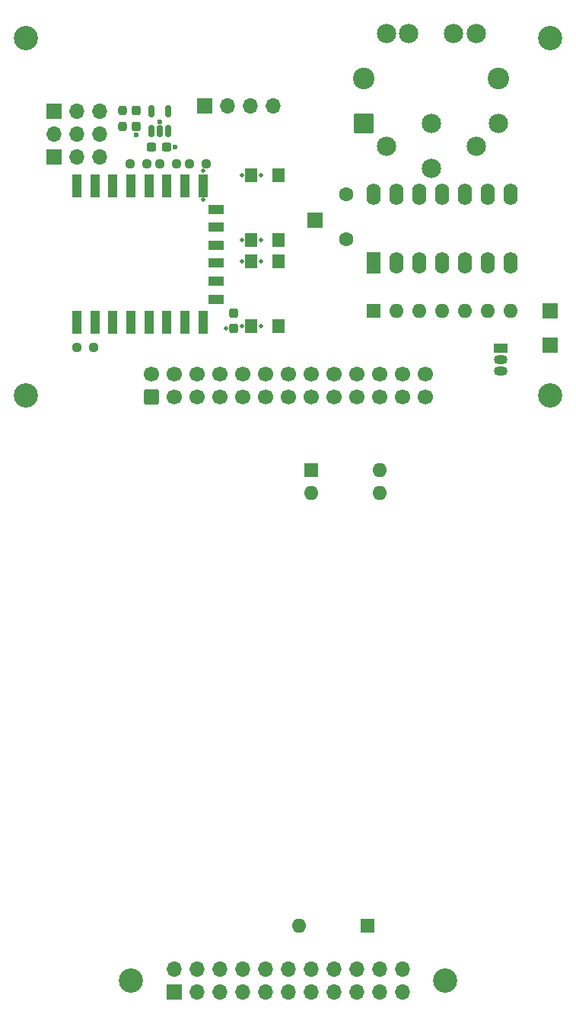
<source format=gbr>
%TF.GenerationSoftware,KiCad,Pcbnew,7.0.11*%
%TF.CreationDate,2024-10-03T19:05:43+02:00*%
%TF.ProjectId,kim-1-aux-card-esp,6b696d2d-312d-4617-9578-2d636172642d,rev?*%
%TF.SameCoordinates,Original*%
%TF.FileFunction,Soldermask,Top*%
%TF.FilePolarity,Negative*%
%FSLAX46Y46*%
G04 Gerber Fmt 4.6, Leading zero omitted, Abs format (unit mm)*
G04 Created by KiCad (PCBNEW 7.0.11) date 2024-10-03 19:05:43*
%MOMM*%
%LPD*%
G01*
G04 APERTURE LIST*
G04 Aperture macros list*
%AMRoundRect*
0 Rectangle with rounded corners*
0 $1 Rounding radius*
0 $2 $3 $4 $5 $6 $7 $8 $9 X,Y pos of 4 corners*
0 Add a 4 corners polygon primitive as box body*
4,1,4,$2,$3,$4,$5,$6,$7,$8,$9,$2,$3,0*
0 Add four circle primitives for the rounded corners*
1,1,$1+$1,$2,$3*
1,1,$1+$1,$4,$5*
1,1,$1+$1,$6,$7*
1,1,$1+$1,$8,$9*
0 Add four rect primitives between the rounded corners*
20,1,$1+$1,$2,$3,$4,$5,0*
20,1,$1+$1,$4,$5,$6,$7,0*
20,1,$1+$1,$6,$7,$8,$9,0*
20,1,$1+$1,$8,$9,$2,$3,0*%
G04 Aperture macros list end*
%ADD10R,1.400000X1.600000*%
%ADD11C,2.700000*%
%ADD12R,1.500000X1.050000*%
%ADD13O,1.500000X1.050000*%
%ADD14R,1.600000X2.400000*%
%ADD15O,1.600000X2.400000*%
%ADD16R,1.600000X1.600000*%
%ADD17O,1.600000X1.600000*%
%ADD18RoundRect,0.237500X-0.237500X0.300000X-0.237500X-0.300000X0.237500X-0.300000X0.237500X0.300000X0*%
%ADD19RoundRect,0.237500X-0.237500X0.250000X-0.237500X-0.250000X0.237500X-0.250000X0.237500X0.250000X0*%
%ADD20RoundRect,0.237500X-0.300000X-0.237500X0.300000X-0.237500X0.300000X0.237500X-0.300000X0.237500X0*%
%ADD21RoundRect,0.250000X0.600000X-0.600000X0.600000X0.600000X-0.600000X0.600000X-0.600000X-0.600000X0*%
%ADD22C,1.700000*%
%ADD23RoundRect,0.237500X-0.250000X-0.237500X0.250000X-0.237500X0.250000X0.237500X-0.250000X0.237500X0*%
%ADD24RoundRect,0.150000X0.150000X-0.512500X0.150000X0.512500X-0.150000X0.512500X-0.150000X-0.512500X0*%
%ADD25R,1.000000X2.500000*%
%ADD26R,1.800000X1.000000*%
%ADD27R,1.700000X1.700000*%
%ADD28O,1.700000X1.700000*%
%ADD29RoundRect,0.237500X0.237500X-0.300000X0.237500X0.300000X-0.237500X0.300000X-0.237500X-0.300000X0*%
%ADD30RoundRect,0.237500X0.250000X0.237500X-0.250000X0.237500X-0.250000X-0.237500X0.250000X-0.237500X0*%
%ADD31C,1.600000*%
%ADD32C,2.400000*%
%ADD33RoundRect,0.102000X0.975000X0.975000X-0.975000X0.975000X-0.975000X-0.975000X0.975000X-0.975000X0*%
%ADD34C,2.154000*%
%ADD35C,0.600000*%
%ADD36C,0.500000*%
G04 APERTURE END LIST*
D10*
%TO.C,SW4*%
X137870000Y-75070000D03*
X137870000Y-67870000D03*
X140870000Y-75070000D03*
X140870000Y-67870000D03*
%TD*%
D11*
%TO.C,REF\u002A\u002A*%
X112780000Y-82770000D03*
%TD*%
D12*
%TO.C,Q1*%
X165610000Y-77560000D03*
D13*
X165610000Y-78830000D03*
X165610000Y-80100000D03*
%TD*%
D11*
%TO.C,REF\u002A\u002A*%
X171120000Y-43040000D03*
%TD*%
%TO.C,REF\u002A\u002A*%
X171120000Y-82770000D03*
%TD*%
%TO.C,REF\u002A\u002A*%
X159410000Y-147800000D03*
%TD*%
D14*
%TO.C,U1*%
X151450000Y-68060000D03*
D15*
X153990000Y-68060000D03*
X156530000Y-68060000D03*
X159070000Y-68060000D03*
X161610000Y-68060000D03*
X164150000Y-68060000D03*
X166690000Y-68060000D03*
X166690000Y-60440000D03*
X164150000Y-60440000D03*
X161610000Y-60440000D03*
X159070000Y-60440000D03*
X156530000Y-60440000D03*
X153990000Y-60440000D03*
X151450000Y-60440000D03*
%TD*%
D16*
%TO.C,SW1*%
X150820000Y-141700000D03*
D17*
X143200000Y-141700000D03*
%TD*%
D18*
%TO.C,C3*%
X125080000Y-51147500D03*
X125080000Y-52872500D03*
%TD*%
D19*
%TO.C,R5*%
X123510000Y-51107500D03*
X123510000Y-52932500D03*
%TD*%
D20*
%TO.C,C2*%
X126715000Y-55150000D03*
X128440000Y-55150000D03*
%TD*%
D21*
%TO.C,J2*%
X126710000Y-82920000D03*
D22*
X126710000Y-80380000D03*
X129250000Y-82920000D03*
X129250000Y-80380000D03*
X131790000Y-82920000D03*
X131790000Y-80380000D03*
X134330000Y-82920000D03*
X134330000Y-80380000D03*
X136870000Y-82920000D03*
X136870000Y-80380000D03*
X139410000Y-82920000D03*
X139410000Y-80380000D03*
X141950000Y-82920000D03*
X141950000Y-80380000D03*
X144490000Y-82920000D03*
X144490000Y-80380000D03*
X147030000Y-82920000D03*
X147030000Y-80380000D03*
X149570000Y-82920000D03*
X149570000Y-80380000D03*
X152110000Y-82920000D03*
X152110000Y-80380000D03*
X154650000Y-82920000D03*
X154650000Y-80380000D03*
X157190000Y-82920000D03*
X157190000Y-80380000D03*
%TD*%
D16*
%TO.C,RN1*%
X151450000Y-73380000D03*
D17*
X153990000Y-73380000D03*
X156530000Y-73380000D03*
X159070000Y-73380000D03*
X161610000Y-73380000D03*
X164150000Y-73380000D03*
X166690000Y-73380000D03*
%TD*%
D23*
%TO.C,R3*%
X131005000Y-57010000D03*
X132830000Y-57010000D03*
%TD*%
D24*
%TO.C,U2*%
X126710000Y-53437500D03*
X127660000Y-53437500D03*
X128610000Y-53437500D03*
X128610000Y-51162500D03*
X126710000Y-51162500D03*
%TD*%
D23*
%TO.C,R1*%
X124390000Y-57010000D03*
X126215000Y-57010000D03*
%TD*%
D25*
%TO.C,U3*%
X118470000Y-74690000D03*
X120470000Y-74690000D03*
X122470000Y-74690000D03*
X124470000Y-74690000D03*
X126470000Y-74690000D03*
X128470000Y-74690000D03*
X130470000Y-74690000D03*
X132470000Y-74690000D03*
D26*
X133970000Y-72090000D03*
X133970000Y-70090000D03*
X133970000Y-68090000D03*
X133970000Y-66090000D03*
X133970000Y-64090000D03*
X133970000Y-62090000D03*
D25*
X132470000Y-59490000D03*
X130470000Y-59490000D03*
X128470000Y-59490000D03*
X126470000Y-59490000D03*
X124470000Y-59490000D03*
X122470000Y-59490000D03*
X120470000Y-59490000D03*
X118470000Y-59490000D03*
%TD*%
D10*
%TO.C,SW3*%
X137870000Y-65510000D03*
X137870000Y-58310000D03*
X140870000Y-65510000D03*
X140870000Y-58310000D03*
%TD*%
D23*
%TO.C,R2*%
X127697500Y-57010000D03*
X129522500Y-57010000D03*
%TD*%
D16*
%TO.C,SW2*%
X144490000Y-91110000D03*
D17*
X144490000Y-93650000D03*
X152110000Y-93650000D03*
X152110000Y-91110000D03*
%TD*%
D27*
%TO.C,J8*%
X115930000Y-56240000D03*
D28*
X115930000Y-53700000D03*
X118470000Y-56240000D03*
X118470000Y-53700000D03*
X121010000Y-56240000D03*
X121010000Y-53700000D03*
%TD*%
D27*
%TO.C,J9*%
X115930000Y-51160000D03*
D28*
X118470000Y-51160000D03*
X121010000Y-51160000D03*
%TD*%
D29*
%TO.C,C4*%
X135930000Y-75355000D03*
X135930000Y-73630000D03*
%TD*%
D30*
%TO.C,R4*%
X120295000Y-77420000D03*
X118470000Y-77420000D03*
%TD*%
D27*
%TO.C,J10*%
X132660000Y-50600000D03*
D28*
X135200000Y-50600000D03*
X137740000Y-50600000D03*
X140280000Y-50600000D03*
%TD*%
D31*
%TO.C,C1*%
X148400000Y-60440000D03*
X148400000Y-65440000D03*
%TD*%
D32*
%TO.C,J3*%
X165400000Y-47590000D03*
X150400000Y-47590000D03*
D33*
X150400000Y-52590000D03*
D34*
X152900000Y-55090000D03*
X157900000Y-52590000D03*
X162900000Y-55090000D03*
X165400000Y-52590000D03*
X157900000Y-57590000D03*
X162900000Y-42590000D03*
X160400000Y-42590000D03*
X155400000Y-42590000D03*
X152900000Y-42590000D03*
%TD*%
D11*
%TO.C,REF\u002A\u002A*%
X124490000Y-147800000D03*
%TD*%
%TO.C,REF\u002A\u002A*%
X112780000Y-43040000D03*
%TD*%
D27*
%TO.C,J5*%
X171120000Y-73380000D03*
%TD*%
%TO.C,J1*%
X129250000Y-149070000D03*
D28*
X129250000Y-146530000D03*
X131790000Y-149070000D03*
X131790000Y-146530000D03*
X134330000Y-149070000D03*
X134330000Y-146530000D03*
X136870000Y-149070000D03*
X136870000Y-146530000D03*
X139410000Y-149070000D03*
X139410000Y-146530000D03*
X141950000Y-149070000D03*
X141950000Y-146530000D03*
X144490000Y-149070000D03*
X144490000Y-146530000D03*
X147030000Y-149070000D03*
X147030000Y-146530000D03*
X149570000Y-149070000D03*
X149570000Y-146530000D03*
X152110000Y-149070000D03*
X152110000Y-146530000D03*
X154650000Y-149070000D03*
X154650000Y-146530000D03*
%TD*%
D27*
%TO.C,J6*%
X144980000Y-63330000D03*
%TD*%
%TO.C,J4*%
X171120000Y-77230000D03*
%TD*%
D35*
X129400000Y-55150000D03*
D36*
X138950000Y-58310000D03*
X138950000Y-65510000D03*
D35*
X125080000Y-53800000D03*
D36*
X135070000Y-75360000D03*
X138950000Y-67870000D03*
X136790000Y-65510000D03*
X132470000Y-61050000D03*
X136790000Y-75070000D03*
X136790000Y-67870000D03*
D35*
X127660000Y-52390000D03*
D36*
X138950000Y-75070000D03*
X132470000Y-57820000D03*
X136790000Y-58310000D03*
M02*

</source>
